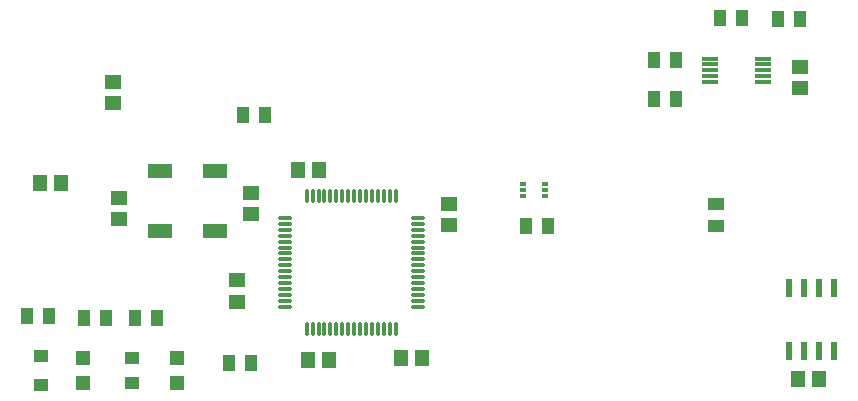
<source format=gtp>
%FSTAX23Y23*%
%MOIN*%
%SFA1B1*%

%IPPOS*%
%AMD30*
4,1,8,-0.026500,0.004000,-0.026500,-0.004000,-0.024500,-0.006000,0.024500,-0.006000,0.026500,-0.004000,0.026500,0.004000,0.024500,0.006000,-0.024500,0.006000,-0.026500,0.004000,0.0*
1,1,0.004000,-0.024500,0.004000*
1,1,0.004000,-0.024500,-0.004000*
1,1,0.004000,0.024500,-0.004000*
1,1,0.004000,0.024500,0.004000*
%
%ADD19R,0.047000X0.047000*%
%ADD20R,0.041000X0.055000*%
%ADD21R,0.024000X0.012000*%
%ADD22R,0.045000X0.057000*%
%ADD23R,0.057000X0.045000*%
%ADD24R,0.083000X0.051000*%
%ADD25O,0.051000X0.012000*%
%ADD26O,0.012000X0.051000*%
%ADD27R,0.049000X0.043000*%
%ADD28R,0.055000X0.041000*%
%ADD29R,0.024000X0.059000*%
G04~CAMADD=30~8~0.0~0.0~120.0~530.0~20.0~0.0~15~0.0~0.0~0.0~0.0~0~0.0~0.0~0.0~0.0~0~0.0~0.0~0.0~90.0~530.0~120.0*
%ADD30D30*%
%ADD31R,0.047000X0.043000*%
%LNbatt_man_rev2-1*%
%LPD*%
G54D19*
X0098Y00731D03*
Y00649D03*
X00665D03*
Y00731D03*
G54D20*
X01153Y00715D03*
X01227D03*
X01198Y0154D03*
X01272D03*
X00552Y0087D03*
X00478D03*
X02217Y0117D03*
X02143D03*
X02862Y01865D03*
X02788D03*
X02568Y01725D03*
X02642D03*
X02568Y01595D03*
X02642D03*
X00668Y00865D03*
X00742D03*
X00838D03*
X00912D03*
X03057Y0186D03*
X02983D03*
G54D21*
X02207Y0127D03*
Y0129D03*
Y0131D03*
X02133D03*
Y0129D03*
Y0127D03*
G54D22*
X00593Y01315D03*
X00523D03*
X01795Y00732D03*
X01725D03*
X01485Y00725D03*
X01415D03*
X01383Y01356D03*
X01454D03*
X0305Y0066D03*
X0312D03*
G54D23*
X00785Y01265D03*
Y01195D03*
X0118Y00919D03*
Y0099D03*
X01885Y01245D03*
Y01174D03*
X03055Y0163D03*
Y017D03*
X01225Y0128D03*
Y0121D03*
X00765Y0165D03*
Y0158D03*
G54D24*
X01106Y01355D03*
Y01155D03*
X00924D03*
Y01355D03*
G54D25*
X01338Y01198D03*
Y01178D03*
Y01158D03*
Y01139D03*
Y01119D03*
Y01099D03*
Y0108D03*
Y0106D03*
Y0104D03*
Y0102D03*
Y01001D03*
Y00981D03*
Y00961D03*
Y00942D03*
Y00922D03*
Y00902D03*
X01782D03*
Y00922D03*
Y00942D03*
Y00961D03*
Y00981D03*
Y01001D03*
Y0102D03*
Y0104D03*
Y0106D03*
Y0108D03*
Y01099D03*
Y01119D03*
Y01139D03*
Y01158D03*
Y01178D03*
Y01198D03*
G54D26*
X01412Y00828D03*
X01432D03*
X01452D03*
X01471D03*
X01491D03*
X01511D03*
X0153D03*
X0155D03*
X0157D03*
X0159D03*
X01609D03*
X01629D03*
X01649D03*
X01668D03*
X01688D03*
X01708D03*
Y01272D03*
X01688D03*
X01668D03*
X01649D03*
X01629D03*
X01609D03*
X0159D03*
X0157D03*
X0155D03*
X0153D03*
X01511D03*
X01491D03*
X01471D03*
X01452D03*
X01432D03*
X01412D03*
G54D27*
X00525Y00739D03*
Y00641D03*
G54D28*
X02775Y0117D03*
Y01245D03*
G54D29*
X0302Y00755D03*
X0307D03*
X0312D03*
X0317D03*
Y00964D03*
X0312D03*
X0307D03*
X0302D03*
G54D30*
X02757Y01651D03*
Y0167D03*
Y0169D03*
Y0171D03*
X02933Y01651D03*
Y0167D03*
Y0169D03*
Y0171D03*
X02757Y01729D03*
X02933D03*
G54D31*
X0083Y00649D03*
Y00731D03*
M02*
</source>
